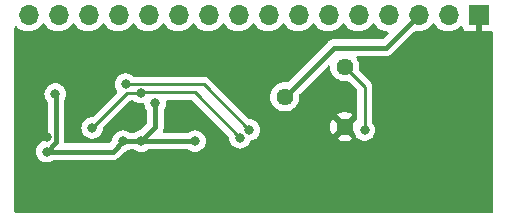
<source format=gbr>
%TF.GenerationSoftware,KiCad,Pcbnew,(6.0.11-0)*%
%TF.CreationDate,2023-01-30T18:53:32-05:00*%
%TF.ProjectId,LCD-StemmaQT,4c43442d-5374-4656-9d6d-6151542e6b69,1.1.0*%
%TF.SameCoordinates,Original*%
%TF.FileFunction,Copper,L2,Bot*%
%TF.FilePolarity,Positive*%
%FSLAX46Y46*%
G04 Gerber Fmt 4.6, Leading zero omitted, Abs format (unit mm)*
G04 Created by KiCad (PCBNEW (6.0.11-0)) date 2023-01-30 18:53:32*
%MOMM*%
%LPD*%
G01*
G04 APERTURE LIST*
%TA.AperFunction,ComponentPad*%
%ADD10C,1.440000*%
%TD*%
%TA.AperFunction,ComponentPad*%
%ADD11R,1.700000X1.700000*%
%TD*%
%TA.AperFunction,ComponentPad*%
%ADD12O,1.700000X1.700000*%
%TD*%
%TA.AperFunction,ViaPad*%
%ADD13C,0.800000*%
%TD*%
%TA.AperFunction,Conductor*%
%ADD14C,0.400000*%
%TD*%
%TA.AperFunction,Conductor*%
%ADD15C,0.250000*%
%TD*%
G04 APERTURE END LIST*
D10*
%TO.P,RV101,1,1*%
%TO.N,VCC*%
X163580000Y-88610000D03*
%TO.P,RV101,2,2*%
%TO.N,/LCD_VO*%
X158500000Y-91150000D03*
%TO.P,RV101,3,3*%
%TO.N,GND*%
X163580000Y-93690000D03*
%TD*%
D11*
%TO.P,J102,1,Pin_1*%
%TO.N,GND*%
X174900000Y-84250000D03*
D12*
%TO.P,J102,2,Pin_2*%
%TO.N,VCC*%
X172360000Y-84250000D03*
%TO.P,J102,3,Pin_3*%
%TO.N,/LCD_VO*%
X169820000Y-84250000D03*
%TO.P,J102,4,Pin_4*%
%TO.N,/RS*%
X167280000Y-84250000D03*
%TO.P,J102,5,Pin_5*%
%TO.N,/RW*%
X164740000Y-84250000D03*
%TO.P,J102,6,Pin_6*%
%TO.N,/CS*%
X162200000Y-84250000D03*
%TO.P,J102,7,Pin_7*%
%TO.N,unconnected-(J102-Pad7)*%
X159660000Y-84250000D03*
%TO.P,J102,8,Pin_8*%
%TO.N,unconnected-(J102-Pad8)*%
X157120000Y-84250000D03*
%TO.P,J102,9,Pin_9*%
%TO.N,unconnected-(J102-Pad9)*%
X154580000Y-84250000D03*
%TO.P,J102,10,Pin_10*%
%TO.N,unconnected-(J102-Pad10)*%
X152040000Y-84250000D03*
%TO.P,J102,11,Pin_11*%
%TO.N,/DB4*%
X149500000Y-84250000D03*
%TO.P,J102,12,Pin_12*%
%TO.N,/DB5*%
X146960000Y-84250000D03*
%TO.P,J102,13,Pin_13*%
%TO.N,/DB6*%
X144420000Y-84250000D03*
%TO.P,J102,14,Pin_14*%
%TO.N,/DB7*%
X141880000Y-84250000D03*
%TO.P,J102,15,Pin_15*%
%TO.N,/LCD_A*%
X139340000Y-84250000D03*
%TO.P,J102,16,Pin_16*%
%TO.N,/LCD_K*%
X136800000Y-84250000D03*
%TD*%
D13*
%TO.N,VCC*%
X165249800Y-93955000D03*
X150900000Y-94900000D03*
X139062400Y-90907000D03*
X146350000Y-94900000D03*
X144802800Y-94894800D03*
X147525000Y-91700000D03*
X138325800Y-95783800D03*
%TO.N,GND*%
X141221400Y-100254200D03*
X147012600Y-88392400D03*
X139087800Y-89179800D03*
X152175000Y-87825000D03*
X138325800Y-94590000D03*
%TO.N,/SCL*%
X155494227Y-93950500D03*
X145025000Y-90075000D03*
%TO.N,/SDA*%
X146325000Y-90799500D03*
X154704457Y-94616212D03*
X142186600Y-93777200D03*
%TD*%
D14*
%TO.N,VCC*%
X139125800Y-90970400D02*
X139125800Y-95009200D01*
X139062400Y-90907000D02*
X139125800Y-90970400D01*
D15*
X165249800Y-93955000D02*
X165249800Y-90279800D01*
D14*
X147525000Y-93725000D02*
X146350000Y-94900000D01*
X144802800Y-94894800D02*
X146344800Y-94894800D01*
X147525000Y-91700000D02*
X147525000Y-93725000D01*
X138325800Y-95783800D02*
X143913800Y-95783800D01*
D15*
X165249800Y-90279800D02*
X163580000Y-88610000D01*
D14*
X138351200Y-95783800D02*
X138325800Y-95783800D01*
X143913800Y-95783800D02*
X144802800Y-94894800D01*
X150900000Y-94900000D02*
X146350000Y-94900000D01*
X139125800Y-95009200D02*
X138351200Y-95783800D01*
D15*
X146344800Y-94894800D02*
X146350000Y-94900000D01*
%TO.N,/SCL*%
X151618727Y-90075000D02*
X155494227Y-93950500D01*
X145025000Y-90075000D02*
X151618727Y-90075000D01*
%TO.N,/SDA*%
X146325000Y-90799500D02*
X146349500Y-90775000D01*
X150863245Y-90775000D02*
X154704457Y-94616212D01*
X146325000Y-90799500D02*
X145164300Y-90799500D01*
X146349500Y-90775000D02*
X150863245Y-90775000D01*
X145164300Y-90799500D02*
X142186600Y-93777200D01*
D14*
%TO.N,/LCD_VO*%
X169820000Y-84250000D02*
X167095000Y-86975000D01*
X167095000Y-86975000D02*
X162675000Y-86975000D01*
X162675000Y-86975000D02*
X158500000Y-91150000D01*
%TD*%
%TA.AperFunction,Conductor*%
%TO.N,GND*%
G36*
X175096121Y-84016002D02*
G01*
X175142614Y-84069658D01*
X175154000Y-84122000D01*
X175154000Y-85589884D01*
X175158475Y-85605123D01*
X175159865Y-85606328D01*
X175167548Y-85607999D01*
X175794669Y-85607999D01*
X175801490Y-85607629D01*
X175852352Y-85602105D01*
X175867603Y-85598479D01*
X175921270Y-85578360D01*
X175992077Y-85573177D01*
X176054446Y-85607097D01*
X176088575Y-85669352D01*
X176091500Y-85696342D01*
X176091500Y-100890500D01*
X176071498Y-100958621D01*
X176017842Y-101005114D01*
X175965500Y-101016500D01*
X135734500Y-101016500D01*
X135666379Y-100996498D01*
X135619886Y-100942842D01*
X135608500Y-100890500D01*
X135608500Y-95783800D01*
X137412296Y-95783800D01*
X137412986Y-95790365D01*
X137414346Y-95803300D01*
X137432258Y-95973728D01*
X137491273Y-96155356D01*
X137586760Y-96320744D01*
X137591178Y-96325651D01*
X137591179Y-96325652D01*
X137694167Y-96440032D01*
X137714547Y-96462666D01*
X137869048Y-96574918D01*
X137875076Y-96577602D01*
X137875078Y-96577603D01*
X138037481Y-96649909D01*
X138043512Y-96652594D01*
X138136912Y-96672447D01*
X138223856Y-96690928D01*
X138223861Y-96690928D01*
X138230313Y-96692300D01*
X138421287Y-96692300D01*
X138427739Y-96690928D01*
X138427744Y-96690928D01*
X138514687Y-96672447D01*
X138608088Y-96652594D01*
X138614119Y-96649909D01*
X138776522Y-96577603D01*
X138776524Y-96577602D01*
X138782552Y-96574918D01*
X138863144Y-96516364D01*
X138930011Y-96492506D01*
X138937205Y-96492300D01*
X143884888Y-96492300D01*
X143893458Y-96492592D01*
X143943576Y-96496009D01*
X143943580Y-96496009D01*
X143951152Y-96496525D01*
X143958629Y-96495220D01*
X143958630Y-96495220D01*
X143985108Y-96490599D01*
X144014103Y-96485538D01*
X144020621Y-96484577D01*
X144084042Y-96476902D01*
X144091143Y-96474219D01*
X144093752Y-96473578D01*
X144110062Y-96469115D01*
X144112598Y-96468350D01*
X144120084Y-96467043D01*
X144178600Y-96441356D01*
X144184704Y-96438865D01*
X144237348Y-96418973D01*
X144237349Y-96418972D01*
X144244456Y-96416287D01*
X144250719Y-96411983D01*
X144253085Y-96410746D01*
X144267897Y-96402501D01*
X144270151Y-96401168D01*
X144277105Y-96398115D01*
X144327802Y-96359213D01*
X144333132Y-96355341D01*
X144379520Y-96323461D01*
X144379525Y-96323456D01*
X144385781Y-96319157D01*
X144427236Y-96272629D01*
X144432216Y-96267354D01*
X144869333Y-95830237D01*
X144932231Y-95796085D01*
X144959141Y-95790365D01*
X145085088Y-95763594D01*
X145091119Y-95760909D01*
X145253522Y-95688603D01*
X145253524Y-95688602D01*
X145259552Y-95685918D01*
X145340144Y-95627364D01*
X145407011Y-95603506D01*
X145414205Y-95603300D01*
X145731437Y-95603300D01*
X145805498Y-95627364D01*
X145807065Y-95628502D01*
X145893248Y-95691118D01*
X145899276Y-95693802D01*
X145899278Y-95693803D01*
X146059114Y-95764966D01*
X146067712Y-95768794D01*
X146161112Y-95788647D01*
X146248056Y-95807128D01*
X146248061Y-95807128D01*
X146254513Y-95808500D01*
X146445487Y-95808500D01*
X146451939Y-95807128D01*
X146451944Y-95807128D01*
X146538888Y-95788647D01*
X146632288Y-95768794D01*
X146640886Y-95764966D01*
X146800722Y-95693803D01*
X146800724Y-95693802D01*
X146806752Y-95691118D01*
X146887344Y-95632564D01*
X146954211Y-95608706D01*
X146961405Y-95608500D01*
X150288595Y-95608500D01*
X150356716Y-95628502D01*
X150362656Y-95632564D01*
X150443248Y-95691118D01*
X150449276Y-95693802D01*
X150449278Y-95693803D01*
X150609114Y-95764966D01*
X150617712Y-95768794D01*
X150711112Y-95788647D01*
X150798056Y-95807128D01*
X150798061Y-95807128D01*
X150804513Y-95808500D01*
X150995487Y-95808500D01*
X151001939Y-95807128D01*
X151001944Y-95807128D01*
X151088888Y-95788647D01*
X151182288Y-95768794D01*
X151190886Y-95764966D01*
X151350722Y-95693803D01*
X151350724Y-95693802D01*
X151356752Y-95691118D01*
X151511253Y-95578866D01*
X151515675Y-95573955D01*
X151634621Y-95441852D01*
X151634622Y-95441851D01*
X151639040Y-95436944D01*
X151734527Y-95271556D01*
X151793542Y-95089928D01*
X151795080Y-95075300D01*
X151812814Y-94906565D01*
X151813504Y-94900000D01*
X151807831Y-94846028D01*
X151794232Y-94716635D01*
X151794232Y-94716633D01*
X151793542Y-94710072D01*
X151734527Y-94528444D01*
X151639040Y-94363056D01*
X151624509Y-94346917D01*
X151515675Y-94226045D01*
X151515674Y-94226044D01*
X151511253Y-94221134D01*
X151391138Y-94133865D01*
X151362094Y-94112763D01*
X151362093Y-94112762D01*
X151356752Y-94108882D01*
X151350724Y-94106198D01*
X151350722Y-94106197D01*
X151188319Y-94033891D01*
X151188318Y-94033891D01*
X151182288Y-94031206D01*
X151088887Y-94011353D01*
X151001944Y-93992872D01*
X151001939Y-93992872D01*
X150995487Y-93991500D01*
X150804513Y-93991500D01*
X150798061Y-93992872D01*
X150798056Y-93992872D01*
X150711113Y-94011353D01*
X150617712Y-94031206D01*
X150611682Y-94033891D01*
X150611681Y-94033891D01*
X150449278Y-94106197D01*
X150449276Y-94106198D01*
X150443248Y-94108882D01*
X150437907Y-94112762D01*
X150437906Y-94112763D01*
X150362656Y-94167436D01*
X150295789Y-94191294D01*
X150288595Y-94191500D01*
X148287965Y-94191500D01*
X148219844Y-94171498D01*
X148173351Y-94117842D01*
X148163247Y-94047568D01*
X148170571Y-94019733D01*
X148177201Y-94002727D01*
X148179759Y-93996642D01*
X148181462Y-93992872D01*
X148206045Y-93938427D01*
X148207429Y-93930960D01*
X148208230Y-93928405D01*
X148212859Y-93912152D01*
X148213522Y-93909572D01*
X148216282Y-93902491D01*
X148224622Y-93839139D01*
X148225653Y-93832632D01*
X148235912Y-93777280D01*
X148237296Y-93769814D01*
X148234769Y-93725982D01*
X148233709Y-93707608D01*
X148233500Y-93700354D01*
X148233500Y-92318744D01*
X148253502Y-92250623D01*
X148257564Y-92244683D01*
X148259621Y-92241852D01*
X148264040Y-92236944D01*
X148359527Y-92071556D01*
X148418542Y-91889928D01*
X148438504Y-91700000D01*
X148425507Y-91576338D01*
X148422494Y-91547670D01*
X148435266Y-91477832D01*
X148483768Y-91425985D01*
X148547804Y-91408500D01*
X150548651Y-91408500D01*
X150616772Y-91428502D01*
X150637746Y-91445405D01*
X152214338Y-93021998D01*
X153757335Y-94564995D01*
X153791361Y-94627307D01*
X153793550Y-94640920D01*
X153805180Y-94751570D01*
X153810915Y-94806140D01*
X153869930Y-94987768D01*
X153965417Y-95153156D01*
X153969835Y-95158063D01*
X153969836Y-95158064D01*
X154049785Y-95246856D01*
X154093204Y-95295078D01*
X154247705Y-95407330D01*
X154253733Y-95410014D01*
X154253735Y-95410015D01*
X154314219Y-95436944D01*
X154422169Y-95485006D01*
X154515569Y-95504859D01*
X154602513Y-95523340D01*
X154602518Y-95523340D01*
X154608970Y-95524712D01*
X154799944Y-95524712D01*
X154806396Y-95523340D01*
X154806401Y-95523340D01*
X154893344Y-95504859D01*
X154986745Y-95485006D01*
X155094695Y-95436944D01*
X155155179Y-95410015D01*
X155155181Y-95410014D01*
X155161209Y-95407330D01*
X155315710Y-95295078D01*
X155359129Y-95246856D01*
X155439078Y-95158064D01*
X155439079Y-95158063D01*
X155443497Y-95153156D01*
X155538984Y-94987768D01*
X155557684Y-94930216D01*
X155597757Y-94871610D01*
X155651319Y-94845905D01*
X155776515Y-94819294D01*
X155806060Y-94806140D01*
X155944949Y-94744303D01*
X155944951Y-94744302D01*
X155950979Y-94741618D01*
X155982632Y-94718621D01*
X162915933Y-94718621D01*
X162925227Y-94730635D01*
X162959146Y-94754385D01*
X162968641Y-94759868D01*
X163153413Y-94846028D01*
X163163705Y-94849774D01*
X163360632Y-94902540D01*
X163371425Y-94904443D01*
X163574525Y-94922212D01*
X163585475Y-94922212D01*
X163788575Y-94904443D01*
X163799368Y-94902540D01*
X163996295Y-94849774D01*
X164006587Y-94846028D01*
X164191359Y-94759868D01*
X164200854Y-94754385D01*
X164235607Y-94730051D01*
X164243983Y-94719572D01*
X164236916Y-94706127D01*
X163592811Y-94062021D01*
X163578868Y-94054408D01*
X163577034Y-94054539D01*
X163570420Y-94058790D01*
X162922360Y-94706851D01*
X162915933Y-94718621D01*
X155982632Y-94718621D01*
X155998832Y-94706851D01*
X156027943Y-94685700D01*
X156105480Y-94629366D01*
X156163942Y-94564437D01*
X156228848Y-94492352D01*
X156228849Y-94492351D01*
X156233267Y-94487444D01*
X156310321Y-94353983D01*
X156325450Y-94327779D01*
X156325451Y-94327778D01*
X156328754Y-94322056D01*
X156387769Y-94140428D01*
X156391357Y-94106295D01*
X156407041Y-93957065D01*
X156407731Y-93950500D01*
X156395343Y-93832632D01*
X156388459Y-93767135D01*
X156388459Y-93767133D01*
X156387769Y-93760572D01*
X156366618Y-93695475D01*
X162347788Y-93695475D01*
X162365557Y-93898575D01*
X162367460Y-93909368D01*
X162420226Y-94106295D01*
X162423972Y-94116587D01*
X162510135Y-94301364D01*
X162515613Y-94310850D01*
X162539949Y-94345607D01*
X162550428Y-94353983D01*
X162563872Y-94346917D01*
X163207979Y-93702811D01*
X163215592Y-93688868D01*
X163215461Y-93687034D01*
X163211210Y-93680420D01*
X162563149Y-93032360D01*
X162551379Y-93025933D01*
X162539365Y-93035228D01*
X162515613Y-93069150D01*
X162510135Y-93078636D01*
X162423972Y-93263413D01*
X162420226Y-93273705D01*
X162367460Y-93470632D01*
X162365557Y-93481425D01*
X162347788Y-93684525D01*
X162347788Y-93695475D01*
X156366618Y-93695475D01*
X156328754Y-93578944D01*
X156233267Y-93413556D01*
X156150119Y-93321210D01*
X156109902Y-93276545D01*
X156109901Y-93276544D01*
X156105480Y-93271634D01*
X155950979Y-93159382D01*
X155944951Y-93156698D01*
X155944949Y-93156697D01*
X155782546Y-93084391D01*
X155782545Y-93084391D01*
X155776515Y-93081706D01*
X155683114Y-93061853D01*
X155596171Y-93043372D01*
X155596166Y-93043372D01*
X155589714Y-93042000D01*
X155533821Y-93042000D01*
X155465700Y-93021998D01*
X155444726Y-93005095D01*
X155100059Y-92660428D01*
X162916017Y-92660428D01*
X162923083Y-92673872D01*
X163567189Y-93317979D01*
X163581132Y-93325592D01*
X163582966Y-93325461D01*
X163589580Y-93321210D01*
X164237640Y-92673149D01*
X164244067Y-92661379D01*
X164234773Y-92649365D01*
X164200854Y-92625615D01*
X164191359Y-92620132D01*
X164006587Y-92533972D01*
X163996295Y-92530226D01*
X163799368Y-92477460D01*
X163788575Y-92475557D01*
X163585475Y-92457788D01*
X163574525Y-92457788D01*
X163371425Y-92475557D01*
X163360632Y-92477460D01*
X163163705Y-92530226D01*
X163153413Y-92533972D01*
X162968636Y-92620135D01*
X162959150Y-92625613D01*
X162924393Y-92649949D01*
X162916017Y-92660428D01*
X155100059Y-92660428D01*
X153798294Y-91358662D01*
X152122379Y-89682747D01*
X152114839Y-89674461D01*
X152110727Y-89667982D01*
X152061075Y-89621356D01*
X152058234Y-89618602D01*
X152038497Y-89598865D01*
X152035300Y-89596385D01*
X152026278Y-89588680D01*
X151999827Y-89563841D01*
X151994048Y-89558414D01*
X151987102Y-89554595D01*
X151987099Y-89554593D01*
X151976293Y-89548652D01*
X151959774Y-89537801D01*
X151953775Y-89533148D01*
X151943768Y-89525386D01*
X151936499Y-89522241D01*
X151936495Y-89522238D01*
X151903190Y-89507826D01*
X151892540Y-89502609D01*
X151853787Y-89481305D01*
X151834164Y-89476267D01*
X151815461Y-89469863D01*
X151804147Y-89464967D01*
X151804146Y-89464967D01*
X151796872Y-89461819D01*
X151789049Y-89460580D01*
X151789039Y-89460577D01*
X151753203Y-89454901D01*
X151741583Y-89452495D01*
X151706438Y-89443472D01*
X151706437Y-89443472D01*
X151698757Y-89441500D01*
X151678503Y-89441500D01*
X151658792Y-89439949D01*
X151646613Y-89438020D01*
X151638784Y-89436780D01*
X151630892Y-89437526D01*
X151594766Y-89440941D01*
X151582908Y-89441500D01*
X145733200Y-89441500D01*
X145665079Y-89421498D01*
X145645853Y-89405157D01*
X145645580Y-89405460D01*
X145640668Y-89401037D01*
X145636253Y-89396134D01*
X145481752Y-89283882D01*
X145475724Y-89281198D01*
X145475722Y-89281197D01*
X145313319Y-89208891D01*
X145313318Y-89208891D01*
X145307288Y-89206206D01*
X145213887Y-89186353D01*
X145126944Y-89167872D01*
X145126939Y-89167872D01*
X145120487Y-89166500D01*
X144929513Y-89166500D01*
X144923061Y-89167872D01*
X144923056Y-89167872D01*
X144836113Y-89186353D01*
X144742712Y-89206206D01*
X144736682Y-89208891D01*
X144736681Y-89208891D01*
X144574278Y-89281197D01*
X144574276Y-89281198D01*
X144568248Y-89283882D01*
X144413747Y-89396134D01*
X144409326Y-89401044D01*
X144409325Y-89401045D01*
X144300203Y-89522238D01*
X144285960Y-89538056D01*
X144271073Y-89563841D01*
X144206999Y-89674821D01*
X144190473Y-89703444D01*
X144131458Y-89885072D01*
X144130768Y-89891633D01*
X144130768Y-89891635D01*
X144120323Y-89991013D01*
X144111496Y-90075000D01*
X144131458Y-90264928D01*
X144190473Y-90446556D01*
X144193776Y-90452278D01*
X144193777Y-90452279D01*
X144227686Y-90511010D01*
X144285960Y-90611944D01*
X144290380Y-90616852D01*
X144294259Y-90622192D01*
X144291937Y-90623879D01*
X144317210Y-90676537D01*
X144308450Y-90746991D01*
X144281953Y-90785942D01*
X142236100Y-92831795D01*
X142173788Y-92865821D01*
X142147005Y-92868700D01*
X142091113Y-92868700D01*
X142084661Y-92870072D01*
X142084656Y-92870072D01*
X141997713Y-92888553D01*
X141904312Y-92908406D01*
X141898282Y-92911091D01*
X141898281Y-92911091D01*
X141735878Y-92983397D01*
X141735876Y-92983398D01*
X141729848Y-92986082D01*
X141575347Y-93098334D01*
X141447560Y-93240256D01*
X141352073Y-93405644D01*
X141293058Y-93587272D01*
X141292368Y-93593833D01*
X141292368Y-93593835D01*
X141280791Y-93703984D01*
X141273096Y-93777200D01*
X141293058Y-93967128D01*
X141352073Y-94148756D01*
X141447560Y-94314144D01*
X141451978Y-94319051D01*
X141451979Y-94319052D01*
X141492067Y-94363574D01*
X141575347Y-94456066D01*
X141729848Y-94568318D01*
X141735876Y-94571002D01*
X141735878Y-94571003D01*
X141898281Y-94643309D01*
X141904312Y-94645994D01*
X141986859Y-94663540D01*
X142084656Y-94684328D01*
X142084661Y-94684328D01*
X142091113Y-94685700D01*
X142282087Y-94685700D01*
X142288539Y-94684328D01*
X142288544Y-94684328D01*
X142386341Y-94663540D01*
X142468888Y-94645994D01*
X142474919Y-94643309D01*
X142637322Y-94571003D01*
X142637324Y-94571002D01*
X142643352Y-94568318D01*
X142797853Y-94456066D01*
X142881133Y-94363574D01*
X142921221Y-94319052D01*
X142921222Y-94319051D01*
X142925640Y-94314144D01*
X143021127Y-94148756D01*
X143080142Y-93967128D01*
X143097507Y-93801906D01*
X143124520Y-93736250D01*
X143133722Y-93725982D01*
X145389800Y-91469905D01*
X145452112Y-91435879D01*
X145478895Y-91433000D01*
X145616800Y-91433000D01*
X145684921Y-91453002D01*
X145704147Y-91469343D01*
X145704420Y-91469040D01*
X145709332Y-91473463D01*
X145713747Y-91478366D01*
X145719086Y-91482245D01*
X145842316Y-91571777D01*
X145868248Y-91590618D01*
X145874276Y-91593302D01*
X145874278Y-91593303D01*
X146034801Y-91664772D01*
X146042712Y-91668294D01*
X146136113Y-91688147D01*
X146223056Y-91706628D01*
X146223061Y-91706628D01*
X146229513Y-91708000D01*
X146420487Y-91708000D01*
X146445850Y-91702609D01*
X146471266Y-91697207D01*
X146542056Y-91702609D01*
X146598689Y-91745426D01*
X146622772Y-91807284D01*
X146631458Y-91889928D01*
X146690473Y-92071556D01*
X146785960Y-92236944D01*
X146790379Y-92241852D01*
X146792436Y-92244683D01*
X146816295Y-92311551D01*
X146816500Y-92318744D01*
X146816500Y-93379340D01*
X146796498Y-93447461D01*
X146779595Y-93468435D01*
X146283467Y-93964563D01*
X146220569Y-93998715D01*
X146067712Y-94031206D01*
X146061682Y-94033891D01*
X146061681Y-94033891D01*
X145899278Y-94106197D01*
X145899276Y-94106198D01*
X145893248Y-94108882D01*
X145887907Y-94112762D01*
X145887906Y-94112763D01*
X145819813Y-94162236D01*
X145752946Y-94186094D01*
X145745752Y-94186300D01*
X145414205Y-94186300D01*
X145346084Y-94166298D01*
X145340144Y-94162236D01*
X145264894Y-94107563D01*
X145264893Y-94107562D01*
X145259552Y-94103682D01*
X145253524Y-94100998D01*
X145253522Y-94100997D01*
X145091119Y-94028691D01*
X145091118Y-94028691D01*
X145085088Y-94026006D01*
X144975570Y-94002727D01*
X144904744Y-93987672D01*
X144904739Y-93987672D01*
X144898287Y-93986300D01*
X144707313Y-93986300D01*
X144700861Y-93987672D01*
X144700856Y-93987672D01*
X144630030Y-94002727D01*
X144520512Y-94026006D01*
X144514482Y-94028691D01*
X144514481Y-94028691D01*
X144352078Y-94100997D01*
X144352076Y-94100998D01*
X144346048Y-94103682D01*
X144340707Y-94107562D01*
X144340706Y-94107563D01*
X144304505Y-94133865D01*
X144191547Y-94215934D01*
X144187126Y-94220844D01*
X144187125Y-94220845D01*
X144073610Y-94346917D01*
X144063760Y-94357856D01*
X144009894Y-94451155D01*
X143986109Y-94492352D01*
X143968273Y-94523244D01*
X143909258Y-94704872D01*
X143908568Y-94711437D01*
X143904350Y-94751570D01*
X143877337Y-94817227D01*
X143868135Y-94827495D01*
X143657235Y-95038395D01*
X143594923Y-95072421D01*
X143568140Y-95075300D01*
X139960300Y-95075300D01*
X139892179Y-95055298D01*
X139845686Y-95001642D01*
X139834300Y-94949300D01*
X139834300Y-91420790D01*
X139851181Y-91357790D01*
X139893623Y-91284279D01*
X139893624Y-91284278D01*
X139896927Y-91278556D01*
X139955942Y-91096928D01*
X139975904Y-90907000D01*
X139974730Y-90895832D01*
X139956632Y-90723635D01*
X139956632Y-90723633D01*
X139955942Y-90717072D01*
X139896927Y-90535444D01*
X139801440Y-90370056D01*
X139786465Y-90353424D01*
X139678075Y-90233045D01*
X139678074Y-90233044D01*
X139673653Y-90228134D01*
X139537020Y-90128864D01*
X139524494Y-90119763D01*
X139524493Y-90119762D01*
X139519152Y-90115882D01*
X139513124Y-90113198D01*
X139513122Y-90113197D01*
X139350719Y-90040891D01*
X139350718Y-90040891D01*
X139344688Y-90038206D01*
X139251288Y-90018353D01*
X139164344Y-89999872D01*
X139164339Y-89999872D01*
X139157887Y-89998500D01*
X138966913Y-89998500D01*
X138960461Y-89999872D01*
X138960456Y-89999872D01*
X138873513Y-90018353D01*
X138780112Y-90038206D01*
X138774082Y-90040891D01*
X138774081Y-90040891D01*
X138611678Y-90113197D01*
X138611676Y-90113198D01*
X138605648Y-90115882D01*
X138600307Y-90119762D01*
X138600306Y-90119763D01*
X138587780Y-90128864D01*
X138451147Y-90228134D01*
X138446726Y-90233044D01*
X138446725Y-90233045D01*
X138338336Y-90353424D01*
X138323360Y-90370056D01*
X138227873Y-90535444D01*
X138168858Y-90717072D01*
X138168168Y-90723633D01*
X138168168Y-90723635D01*
X138150070Y-90895832D01*
X138148896Y-90907000D01*
X138168858Y-91096928D01*
X138227873Y-91278556D01*
X138323360Y-91443944D01*
X138384937Y-91512332D01*
X138415653Y-91576338D01*
X138417300Y-91596641D01*
X138417300Y-94663540D01*
X138397298Y-94731661D01*
X138380395Y-94752635D01*
X138291523Y-94841507D01*
X138228626Y-94875659D01*
X138043512Y-94915006D01*
X138037482Y-94917691D01*
X138037481Y-94917691D01*
X137875078Y-94989997D01*
X137875076Y-94989998D01*
X137869048Y-94992682D01*
X137863707Y-94996562D01*
X137863706Y-94996563D01*
X137813643Y-95032936D01*
X137714547Y-95104934D01*
X137710126Y-95109844D01*
X137710125Y-95109845D01*
X137666709Y-95158064D01*
X137586760Y-95246856D01*
X137491273Y-95412244D01*
X137432258Y-95593872D01*
X137431568Y-95600433D01*
X137431568Y-95600435D01*
X137414155Y-95766109D01*
X137412296Y-95783800D01*
X135608500Y-95783800D01*
X135608500Y-85287373D01*
X135628502Y-85219252D01*
X135682158Y-85172759D01*
X135752432Y-85162655D01*
X135817012Y-85192149D01*
X135829737Y-85204875D01*
X135842865Y-85220031D01*
X135842869Y-85220035D01*
X135846250Y-85223938D01*
X136018126Y-85366632D01*
X136211000Y-85479338D01*
X136419692Y-85559030D01*
X136424760Y-85560061D01*
X136424763Y-85560062D01*
X136489226Y-85573177D01*
X136638597Y-85603567D01*
X136643772Y-85603757D01*
X136643774Y-85603757D01*
X136856673Y-85611564D01*
X136856677Y-85611564D01*
X136861837Y-85611753D01*
X136866957Y-85611097D01*
X136866959Y-85611097D01*
X137078288Y-85584025D01*
X137078289Y-85584025D01*
X137083416Y-85583368D01*
X137088366Y-85581883D01*
X137292429Y-85520661D01*
X137292434Y-85520659D01*
X137297384Y-85519174D01*
X137497994Y-85420896D01*
X137679860Y-85291173D01*
X137683674Y-85287373D01*
X137788479Y-85182933D01*
X137838096Y-85133489D01*
X137968453Y-84952077D01*
X137969776Y-84953028D01*
X138016645Y-84909857D01*
X138086580Y-84897625D01*
X138152026Y-84925144D01*
X138179875Y-84956994D01*
X138239987Y-85055088D01*
X138386250Y-85223938D01*
X138558126Y-85366632D01*
X138751000Y-85479338D01*
X138959692Y-85559030D01*
X138964760Y-85560061D01*
X138964763Y-85560062D01*
X139029226Y-85573177D01*
X139178597Y-85603567D01*
X139183772Y-85603757D01*
X139183774Y-85603757D01*
X139396673Y-85611564D01*
X139396677Y-85611564D01*
X139401837Y-85611753D01*
X139406957Y-85611097D01*
X139406959Y-85611097D01*
X139618288Y-85584025D01*
X139618289Y-85584025D01*
X139623416Y-85583368D01*
X139628366Y-85581883D01*
X139832429Y-85520661D01*
X139832434Y-85520659D01*
X139837384Y-85519174D01*
X140037994Y-85420896D01*
X140219860Y-85291173D01*
X140223674Y-85287373D01*
X140328479Y-85182933D01*
X140378096Y-85133489D01*
X140508453Y-84952077D01*
X140509776Y-84953028D01*
X140556645Y-84909857D01*
X140626580Y-84897625D01*
X140692026Y-84925144D01*
X140719875Y-84956994D01*
X140779987Y-85055088D01*
X140926250Y-85223938D01*
X141098126Y-85366632D01*
X141291000Y-85479338D01*
X141499692Y-85559030D01*
X141504760Y-85560061D01*
X141504763Y-85560062D01*
X141569226Y-85573177D01*
X141718597Y-85603567D01*
X141723772Y-85603757D01*
X141723774Y-85603757D01*
X141936673Y-85611564D01*
X141936677Y-85611564D01*
X141941837Y-85611753D01*
X141946957Y-85611097D01*
X141946959Y-85611097D01*
X142158288Y-85584025D01*
X142158289Y-85584025D01*
X142163416Y-85583368D01*
X142168366Y-85581883D01*
X142372429Y-85520661D01*
X142372434Y-85520659D01*
X142377384Y-85519174D01*
X142577994Y-85420896D01*
X142759860Y-85291173D01*
X142763674Y-85287373D01*
X142868479Y-85182933D01*
X142918096Y-85133489D01*
X143048453Y-84952077D01*
X143049776Y-84953028D01*
X143096645Y-84909857D01*
X143166580Y-84897625D01*
X143232026Y-84925144D01*
X143259875Y-84956994D01*
X143319987Y-85055088D01*
X143466250Y-85223938D01*
X143638126Y-85366632D01*
X143831000Y-85479338D01*
X144039692Y-85559030D01*
X144044760Y-85560061D01*
X144044763Y-85560062D01*
X144109226Y-85573177D01*
X144258597Y-85603567D01*
X144263772Y-85603757D01*
X144263774Y-85603757D01*
X144476673Y-85611564D01*
X144476677Y-85611564D01*
X144481837Y-85611753D01*
X144486957Y-85611097D01*
X144486959Y-85611097D01*
X144698288Y-85584025D01*
X144698289Y-85584025D01*
X144703416Y-85583368D01*
X144708366Y-85581883D01*
X144912429Y-85520661D01*
X144912434Y-85520659D01*
X144917384Y-85519174D01*
X145117994Y-85420896D01*
X145299860Y-85291173D01*
X145303674Y-85287373D01*
X145408479Y-85182933D01*
X145458096Y-85133489D01*
X145588453Y-84952077D01*
X145589776Y-84953028D01*
X145636645Y-84909857D01*
X145706580Y-84897625D01*
X145772026Y-84925144D01*
X145799875Y-84956994D01*
X145859987Y-85055088D01*
X146006250Y-85223938D01*
X146178126Y-85366632D01*
X146371000Y-85479338D01*
X146579692Y-85559030D01*
X146584760Y-85560061D01*
X146584763Y-85560062D01*
X146649226Y-85573177D01*
X146798597Y-85603567D01*
X146803772Y-85603757D01*
X146803774Y-85603757D01*
X147016673Y-85611564D01*
X147016677Y-85611564D01*
X147021837Y-85611753D01*
X147026957Y-85611097D01*
X147026959Y-85611097D01*
X147238288Y-85584025D01*
X147238289Y-85584025D01*
X147243416Y-85583368D01*
X147248366Y-85581883D01*
X147452429Y-85520661D01*
X147452434Y-85520659D01*
X147457384Y-85519174D01*
X147657994Y-85420896D01*
X147839860Y-85291173D01*
X147843674Y-85287373D01*
X147948479Y-85182933D01*
X147998096Y-85133489D01*
X148128453Y-84952077D01*
X148129776Y-84953028D01*
X148176645Y-84909857D01*
X148246580Y-84897625D01*
X148312026Y-84925144D01*
X148339875Y-84956994D01*
X148399987Y-85055088D01*
X148546250Y-85223938D01*
X148718126Y-85366632D01*
X148911000Y-85479338D01*
X149119692Y-85559030D01*
X149124760Y-85560061D01*
X149124763Y-85560062D01*
X149189226Y-85573177D01*
X149338597Y-85603567D01*
X149343772Y-85603757D01*
X149343774Y-85603757D01*
X149556673Y-85611564D01*
X149556677Y-85611564D01*
X149561837Y-85611753D01*
X149566957Y-85611097D01*
X149566959Y-85611097D01*
X149778288Y-85584025D01*
X149778289Y-85584025D01*
X149783416Y-85583368D01*
X149788366Y-85581883D01*
X149992429Y-85520661D01*
X149992434Y-85520659D01*
X149997384Y-85519174D01*
X150197994Y-85420896D01*
X150379860Y-85291173D01*
X150383674Y-85287373D01*
X150488479Y-85182933D01*
X150538096Y-85133489D01*
X150668453Y-84952077D01*
X150669776Y-84953028D01*
X150716645Y-84909857D01*
X150786580Y-84897625D01*
X150852026Y-84925144D01*
X150879875Y-84956994D01*
X150939987Y-85055088D01*
X151086250Y-85223938D01*
X151258126Y-85366632D01*
X151451000Y-85479338D01*
X151659692Y-85559030D01*
X151664760Y-85560061D01*
X151664763Y-85560062D01*
X151729226Y-85573177D01*
X151878597Y-85603567D01*
X151883772Y-85603757D01*
X151883774Y-85603757D01*
X152096673Y-85611564D01*
X152096677Y-85611564D01*
X152101837Y-85611753D01*
X152106957Y-85611097D01*
X152106959Y-85611097D01*
X152318288Y-85584025D01*
X152318289Y-85584025D01*
X152323416Y-85583368D01*
X152328366Y-85581883D01*
X152532429Y-85520661D01*
X152532434Y-85520659D01*
X152537384Y-85519174D01*
X152737994Y-85420896D01*
X152919860Y-85291173D01*
X152923674Y-85287373D01*
X153028479Y-85182933D01*
X153078096Y-85133489D01*
X153208453Y-84952077D01*
X153209776Y-84953028D01*
X153256645Y-84909857D01*
X153326580Y-84897625D01*
X153392026Y-84925144D01*
X153419875Y-84956994D01*
X153479987Y-85055088D01*
X153626250Y-85223938D01*
X153798126Y-85366632D01*
X153991000Y-85479338D01*
X154199692Y-85559030D01*
X154204760Y-85560061D01*
X154204763Y-85560062D01*
X154269226Y-85573177D01*
X154418597Y-85603567D01*
X154423772Y-85603757D01*
X154423774Y-85603757D01*
X154636673Y-85611564D01*
X154636677Y-85611564D01*
X154641837Y-85611753D01*
X154646957Y-85611097D01*
X154646959Y-85611097D01*
X154858288Y-85584025D01*
X154858289Y-85584025D01*
X154863416Y-85583368D01*
X154868366Y-85581883D01*
X155072429Y-85520661D01*
X155072434Y-85520659D01*
X155077384Y-85519174D01*
X155277994Y-85420896D01*
X155459860Y-85291173D01*
X155463674Y-85287373D01*
X155568479Y-85182933D01*
X155618096Y-85133489D01*
X155748453Y-84952077D01*
X155749776Y-84953028D01*
X155796645Y-84909857D01*
X155866580Y-84897625D01*
X155932026Y-84925144D01*
X155959875Y-84956994D01*
X156019987Y-85055088D01*
X156166250Y-85223938D01*
X156338126Y-85366632D01*
X156531000Y-85479338D01*
X156739692Y-85559030D01*
X156744760Y-85560061D01*
X156744763Y-85560062D01*
X156809226Y-85573177D01*
X156958597Y-85603567D01*
X156963772Y-85603757D01*
X156963774Y-85603757D01*
X157176673Y-85611564D01*
X157176677Y-85611564D01*
X157181837Y-85611753D01*
X157186957Y-85611097D01*
X157186959Y-85611097D01*
X157398288Y-85584025D01*
X157398289Y-85584025D01*
X157403416Y-85583368D01*
X157408366Y-85581883D01*
X157612429Y-85520661D01*
X157612434Y-85520659D01*
X157617384Y-85519174D01*
X157817994Y-85420896D01*
X157999860Y-85291173D01*
X158003674Y-85287373D01*
X158108479Y-85182933D01*
X158158096Y-85133489D01*
X158288453Y-84952077D01*
X158289776Y-84953028D01*
X158336645Y-84909857D01*
X158406580Y-84897625D01*
X158472026Y-84925144D01*
X158499875Y-84956994D01*
X158559987Y-85055088D01*
X158706250Y-85223938D01*
X158878126Y-85366632D01*
X159071000Y-85479338D01*
X159279692Y-85559030D01*
X159284760Y-85560061D01*
X159284763Y-85560062D01*
X159349226Y-85573177D01*
X159498597Y-85603567D01*
X159503772Y-85603757D01*
X159503774Y-85603757D01*
X159716673Y-85611564D01*
X159716677Y-85611564D01*
X159721837Y-85611753D01*
X159726957Y-85611097D01*
X159726959Y-85611097D01*
X159938288Y-85584025D01*
X159938289Y-85584025D01*
X159943416Y-85583368D01*
X159948366Y-85581883D01*
X160152429Y-85520661D01*
X160152434Y-85520659D01*
X160157384Y-85519174D01*
X160357994Y-85420896D01*
X160539860Y-85291173D01*
X160543674Y-85287373D01*
X160648479Y-85182933D01*
X160698096Y-85133489D01*
X160828453Y-84952077D01*
X160829776Y-84953028D01*
X160876645Y-84909857D01*
X160946580Y-84897625D01*
X161012026Y-84925144D01*
X161039875Y-84956994D01*
X161099987Y-85055088D01*
X161246250Y-85223938D01*
X161418126Y-85366632D01*
X161611000Y-85479338D01*
X161819692Y-85559030D01*
X161824760Y-85560061D01*
X161824763Y-85560062D01*
X161889226Y-85573177D01*
X162038597Y-85603567D01*
X162043772Y-85603757D01*
X162043774Y-85603757D01*
X162256673Y-85611564D01*
X162256677Y-85611564D01*
X162261837Y-85611753D01*
X162266957Y-85611097D01*
X162266959Y-85611097D01*
X162478288Y-85584025D01*
X162478289Y-85584025D01*
X162483416Y-85583368D01*
X162488366Y-85581883D01*
X162692429Y-85520661D01*
X162692434Y-85520659D01*
X162697384Y-85519174D01*
X162897994Y-85420896D01*
X163079860Y-85291173D01*
X163083674Y-85287373D01*
X163188479Y-85182933D01*
X163238096Y-85133489D01*
X163368453Y-84952077D01*
X163369776Y-84953028D01*
X163416645Y-84909857D01*
X163486580Y-84897625D01*
X163552026Y-84925144D01*
X163579875Y-84956994D01*
X163639987Y-85055088D01*
X163786250Y-85223938D01*
X163958126Y-85366632D01*
X164151000Y-85479338D01*
X164359692Y-85559030D01*
X164364760Y-85560061D01*
X164364763Y-85560062D01*
X164429226Y-85573177D01*
X164578597Y-85603567D01*
X164583772Y-85603757D01*
X164583774Y-85603757D01*
X164796673Y-85611564D01*
X164796677Y-85611564D01*
X164801837Y-85611753D01*
X164806957Y-85611097D01*
X164806959Y-85611097D01*
X165018288Y-85584025D01*
X165018289Y-85584025D01*
X165023416Y-85583368D01*
X165028366Y-85581883D01*
X165232429Y-85520661D01*
X165232434Y-85520659D01*
X165237384Y-85519174D01*
X165437994Y-85420896D01*
X165619860Y-85291173D01*
X165623674Y-85287373D01*
X165728479Y-85182933D01*
X165778096Y-85133489D01*
X165908453Y-84952077D01*
X165909776Y-84953028D01*
X165956645Y-84909857D01*
X166026580Y-84897625D01*
X166092026Y-84925144D01*
X166119875Y-84956994D01*
X166179987Y-85055088D01*
X166326250Y-85223938D01*
X166498126Y-85366632D01*
X166691000Y-85479338D01*
X166899692Y-85559030D01*
X166904760Y-85560061D01*
X166904763Y-85560062D01*
X166969226Y-85573177D01*
X167118597Y-85603567D01*
X167123771Y-85603757D01*
X167123773Y-85603757D01*
X167135737Y-85604196D01*
X167163336Y-85605208D01*
X167230676Y-85627691D01*
X167275172Y-85683014D01*
X167282695Y-85753610D01*
X167247813Y-85820217D01*
X166838435Y-86229595D01*
X166776123Y-86263621D01*
X166749340Y-86266500D01*
X162703927Y-86266500D01*
X162695358Y-86266208D01*
X162645225Y-86262790D01*
X162645221Y-86262790D01*
X162637648Y-86262274D01*
X162574681Y-86273264D01*
X162568169Y-86274224D01*
X162504758Y-86281898D01*
X162497657Y-86284581D01*
X162495048Y-86285222D01*
X162478728Y-86289687D01*
X162476195Y-86290452D01*
X162468717Y-86291757D01*
X162410190Y-86317448D01*
X162404108Y-86319930D01*
X162383753Y-86327622D01*
X162351449Y-86339828D01*
X162351447Y-86339829D01*
X162344344Y-86342513D01*
X162338085Y-86346814D01*
X162335720Y-86348051D01*
X162320948Y-86356273D01*
X162318656Y-86357628D01*
X162311695Y-86360684D01*
X162305668Y-86365309D01*
X162305664Y-86365311D01*
X162260987Y-86399593D01*
X162255662Y-86403462D01*
X162203019Y-86439643D01*
X162197967Y-86445313D01*
X162197966Y-86445314D01*
X162161573Y-86486161D01*
X162156592Y-86491437D01*
X160454497Y-88193533D01*
X158754168Y-89893862D01*
X158691856Y-89927888D01*
X158654092Y-89930288D01*
X158505476Y-89917286D01*
X158505475Y-89917286D01*
X158500000Y-89916807D01*
X158285858Y-89935542D01*
X158280545Y-89936966D01*
X158280543Y-89936966D01*
X158083533Y-89989755D01*
X158083531Y-89989756D01*
X158078223Y-89991178D01*
X158073243Y-89993500D01*
X158073241Y-89993501D01*
X157888385Y-90079701D01*
X157888382Y-90079703D01*
X157883404Y-90082024D01*
X157707319Y-90205319D01*
X157555319Y-90357319D01*
X157432024Y-90533404D01*
X157429703Y-90538382D01*
X157429701Y-90538385D01*
X157349305Y-90710794D01*
X157341178Y-90728223D01*
X157339756Y-90733531D01*
X157339755Y-90733533D01*
X157291515Y-90913565D01*
X157285542Y-90935858D01*
X157266807Y-91150000D01*
X157285542Y-91364142D01*
X157286966Y-91369455D01*
X157286966Y-91369457D01*
X157334881Y-91548275D01*
X157341178Y-91571777D01*
X157343500Y-91576757D01*
X157343501Y-91576759D01*
X157400970Y-91700000D01*
X157432024Y-91766596D01*
X157555319Y-91942681D01*
X157707319Y-92094681D01*
X157883403Y-92217976D01*
X157888381Y-92220297D01*
X157888384Y-92220299D01*
X157996817Y-92270862D01*
X158078223Y-92308822D01*
X158083531Y-92310244D01*
X158083533Y-92310245D01*
X158280543Y-92363034D01*
X158280545Y-92363034D01*
X158285858Y-92364458D01*
X158500000Y-92383193D01*
X158714142Y-92364458D01*
X158719455Y-92363034D01*
X158719457Y-92363034D01*
X158916467Y-92310245D01*
X158916469Y-92310244D01*
X158921777Y-92308822D01*
X159003183Y-92270862D01*
X159111616Y-92220299D01*
X159111619Y-92220297D01*
X159116597Y-92217976D01*
X159292681Y-92094681D01*
X159444681Y-91942681D01*
X159567976Y-91766596D01*
X159599031Y-91700000D01*
X159656499Y-91576759D01*
X159656500Y-91576757D01*
X159658822Y-91571777D01*
X159665120Y-91548275D01*
X159713034Y-91369457D01*
X159713034Y-91369455D01*
X159714458Y-91364142D01*
X159733193Y-91150000D01*
X159719712Y-90995908D01*
X159733701Y-90926304D01*
X159756138Y-90895832D01*
X162132191Y-88519779D01*
X162194503Y-88485753D01*
X162265318Y-88490818D01*
X162322154Y-88533365D01*
X162346965Y-88599885D01*
X162347176Y-88605786D01*
X162346807Y-88610000D01*
X162365542Y-88824142D01*
X162421178Y-89031777D01*
X162423500Y-89036757D01*
X162423501Y-89036759D01*
X162484001Y-89166500D01*
X162512024Y-89226596D01*
X162635319Y-89402681D01*
X162787319Y-89554681D01*
X162963403Y-89677976D01*
X162968381Y-89680297D01*
X162968384Y-89680299D01*
X163153241Y-89766499D01*
X163158223Y-89768822D01*
X163163531Y-89770244D01*
X163163533Y-89770245D01*
X163360543Y-89823034D01*
X163360545Y-89823034D01*
X163365858Y-89824458D01*
X163580000Y-89843193D01*
X163794142Y-89824458D01*
X163799458Y-89823033D01*
X163799461Y-89823033D01*
X163806220Y-89821222D01*
X163877197Y-89822910D01*
X163927929Y-89853833D01*
X164579396Y-90505301D01*
X164613421Y-90567613D01*
X164616300Y-90594396D01*
X164616300Y-92960720D01*
X164596298Y-93028841D01*
X164579395Y-93049816D01*
X163952021Y-93677189D01*
X163944408Y-93691132D01*
X163944539Y-93692966D01*
X163948790Y-93699579D01*
X164320537Y-94071326D01*
X164354688Y-94134224D01*
X164355568Y-94138364D01*
X164356258Y-94144928D01*
X164415273Y-94326556D01*
X164510760Y-94491944D01*
X164515178Y-94496851D01*
X164515179Y-94496852D01*
X164549284Y-94534729D01*
X164638547Y-94633866D01*
X164679390Y-94663540D01*
X164781513Y-94737737D01*
X164793048Y-94746118D01*
X164799076Y-94748802D01*
X164799078Y-94748803D01*
X164960486Y-94820666D01*
X164967512Y-94823794D01*
X165050845Y-94841507D01*
X165147856Y-94862128D01*
X165147861Y-94862128D01*
X165154313Y-94863500D01*
X165345287Y-94863500D01*
X165351739Y-94862128D01*
X165351744Y-94862128D01*
X165448755Y-94841507D01*
X165532088Y-94823794D01*
X165539114Y-94820666D01*
X165700522Y-94748803D01*
X165700524Y-94748802D01*
X165706552Y-94746118D01*
X165718088Y-94737737D01*
X165820210Y-94663540D01*
X165861053Y-94633866D01*
X165950316Y-94534729D01*
X165984421Y-94496852D01*
X165984422Y-94496851D01*
X165988840Y-94491944D01*
X166084327Y-94326556D01*
X166143342Y-94144928D01*
X166147403Y-94106295D01*
X166162614Y-93961565D01*
X166163304Y-93955000D01*
X166150443Y-93832632D01*
X166144032Y-93771635D01*
X166144032Y-93771633D01*
X166143342Y-93765072D01*
X166084327Y-93583444D01*
X165988840Y-93418056D01*
X165915663Y-93336785D01*
X165884947Y-93272779D01*
X165883300Y-93252476D01*
X165883300Y-90358567D01*
X165883827Y-90347384D01*
X165885502Y-90339891D01*
X165883362Y-90271800D01*
X165883300Y-90267843D01*
X165883300Y-90239944D01*
X165882796Y-90235953D01*
X165881863Y-90224111D01*
X165881273Y-90205319D01*
X165880474Y-90179911D01*
X165878262Y-90172297D01*
X165878261Y-90172292D01*
X165874823Y-90160459D01*
X165870812Y-90141095D01*
X165869267Y-90128864D01*
X165868274Y-90121003D01*
X165865357Y-90113636D01*
X165865356Y-90113631D01*
X165851998Y-90079892D01*
X165848154Y-90068665D01*
X165839304Y-90038206D01*
X165835818Y-90026207D01*
X165825507Y-90008772D01*
X165816812Y-89991024D01*
X165809352Y-89972183D01*
X165783364Y-89936413D01*
X165776848Y-89926493D01*
X165758380Y-89895265D01*
X165758378Y-89895262D01*
X165754342Y-89888438D01*
X165740021Y-89874117D01*
X165727180Y-89859083D01*
X165719931Y-89849106D01*
X165715272Y-89842693D01*
X165681195Y-89814502D01*
X165672416Y-89806512D01*
X164823833Y-88957929D01*
X164789807Y-88895617D01*
X164791221Y-88836224D01*
X164793033Y-88829460D01*
X164793034Y-88829457D01*
X164794458Y-88824142D01*
X164813193Y-88610000D01*
X164794458Y-88395858D01*
X164793034Y-88390543D01*
X164740245Y-88193533D01*
X164740244Y-88193531D01*
X164738822Y-88188223D01*
X164647976Y-87993404D01*
X164569808Y-87881768D01*
X164547122Y-87814496D01*
X164564407Y-87745636D01*
X164616177Y-87697052D01*
X164673023Y-87683500D01*
X167066088Y-87683500D01*
X167074658Y-87683792D01*
X167124776Y-87687209D01*
X167124780Y-87687209D01*
X167132352Y-87687725D01*
X167139829Y-87686420D01*
X167139830Y-87686420D01*
X167166308Y-87681799D01*
X167195303Y-87676738D01*
X167201821Y-87675777D01*
X167265242Y-87668102D01*
X167272343Y-87665419D01*
X167274952Y-87664778D01*
X167291262Y-87660315D01*
X167293798Y-87659550D01*
X167301284Y-87658243D01*
X167359800Y-87632556D01*
X167365904Y-87630065D01*
X167418548Y-87610173D01*
X167418549Y-87610172D01*
X167425656Y-87607487D01*
X167431919Y-87603183D01*
X167434285Y-87601946D01*
X167449097Y-87593701D01*
X167451351Y-87592368D01*
X167458305Y-87589315D01*
X167509002Y-87550413D01*
X167514332Y-87546541D01*
X167560720Y-87514661D01*
X167560725Y-87514656D01*
X167566981Y-87510357D01*
X167608436Y-87463829D01*
X167613416Y-87458554D01*
X169452684Y-85619286D01*
X169514996Y-85585260D01*
X169566896Y-85584910D01*
X169658597Y-85603567D01*
X169663772Y-85603757D01*
X169663774Y-85603757D01*
X169876673Y-85611564D01*
X169876677Y-85611564D01*
X169881837Y-85611753D01*
X169886957Y-85611097D01*
X169886959Y-85611097D01*
X170098288Y-85584025D01*
X170098289Y-85584025D01*
X170103416Y-85583368D01*
X170108366Y-85581883D01*
X170312429Y-85520661D01*
X170312434Y-85520659D01*
X170317384Y-85519174D01*
X170517994Y-85420896D01*
X170699860Y-85291173D01*
X170703674Y-85287373D01*
X170808479Y-85182933D01*
X170858096Y-85133489D01*
X170988453Y-84952077D01*
X170989776Y-84953028D01*
X171036645Y-84909857D01*
X171106580Y-84897625D01*
X171172026Y-84925144D01*
X171199875Y-84956994D01*
X171259987Y-85055088D01*
X171406250Y-85223938D01*
X171578126Y-85366632D01*
X171771000Y-85479338D01*
X171979692Y-85559030D01*
X171984760Y-85560061D01*
X171984763Y-85560062D01*
X172049226Y-85573177D01*
X172198597Y-85603567D01*
X172203772Y-85603757D01*
X172203774Y-85603757D01*
X172416673Y-85611564D01*
X172416677Y-85611564D01*
X172421837Y-85611753D01*
X172426957Y-85611097D01*
X172426959Y-85611097D01*
X172638288Y-85584025D01*
X172638289Y-85584025D01*
X172643416Y-85583368D01*
X172648366Y-85581883D01*
X172852429Y-85520661D01*
X172852434Y-85520659D01*
X172857384Y-85519174D01*
X173057994Y-85420896D01*
X173239860Y-85291173D01*
X173243674Y-85287373D01*
X173348479Y-85182933D01*
X173410851Y-85149017D01*
X173481658Y-85154205D01*
X173538419Y-85196851D01*
X173555401Y-85227954D01*
X173596676Y-85338054D01*
X173605214Y-85353649D01*
X173681715Y-85455724D01*
X173694276Y-85468285D01*
X173796351Y-85544786D01*
X173811946Y-85553324D01*
X173932394Y-85598478D01*
X173947649Y-85602105D01*
X173998514Y-85607631D01*
X174005328Y-85608000D01*
X174627885Y-85608000D01*
X174643124Y-85603525D01*
X174644329Y-85602135D01*
X174646000Y-85594452D01*
X174646000Y-84122000D01*
X174666002Y-84053879D01*
X174719658Y-84007386D01*
X174772000Y-83996000D01*
X175028000Y-83996000D01*
X175096121Y-84016002D01*
G37*
%TD.AperFunction*%
%TD*%
M02*

</source>
